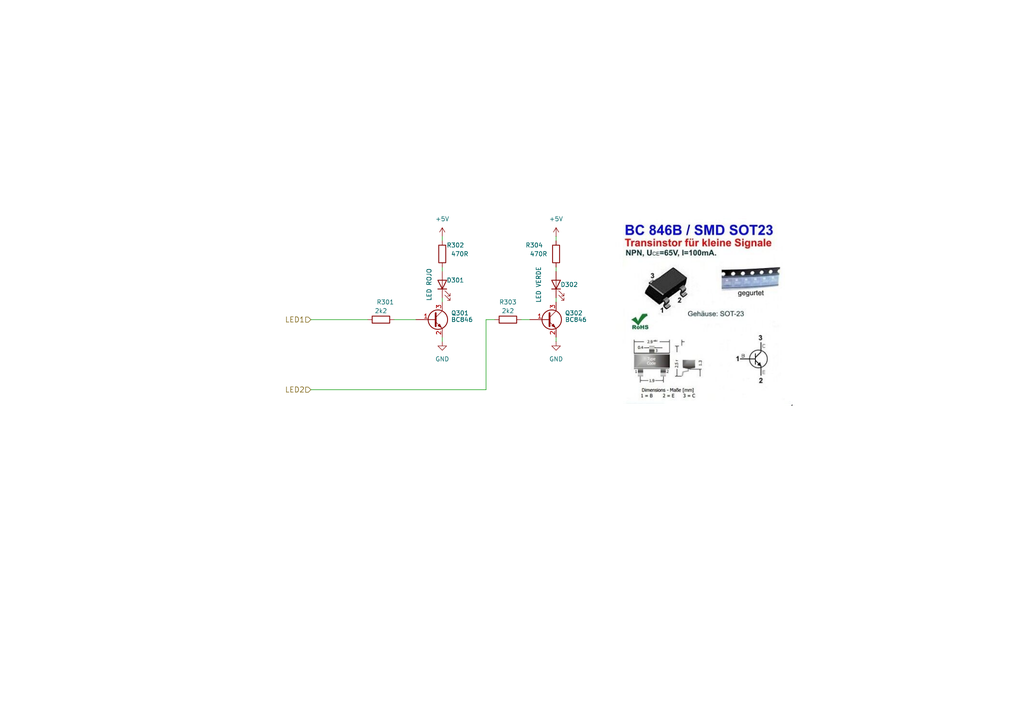
<source format=kicad_sch>
(kicad_sch (version 20231120) (generator "eeschema") (generator_version "8.0")
  (paper "A4")
  (title_block (title "OSCILIADOR CON 40106 Y DOS LEDS") (date "2018-09-28") (rev "1.0") (company "Curso KiCad Multicapa") (comment 1 "Autor: Diego Brengi"))
  (lib_symbols
    (symbol "Device:LED" (pin_numbers hide) (pin_names (offset 1.016) hide)
      (property "Reference" "D" (at 0 2.54 0))
      (property "Value" "LED" (at 0 -2.54 0))
      (symbol "LED_0_1"
        (polyline (pts (xy -1.27 -1.27) (xy -1.27 1.27)) (stroke (width 0.254)))
        (polyline (pts (xy -1.27 0) (xy 1.27 0)))
        (polyline (pts (xy 1.27 -1.27) (xy 1.27 1.27) (xy -1.27 0) (xy 1.27 -1.27)) (stroke (width 0.254)))
        (polyline (pts (xy -3.048 -0.762) (xy -4.572 -2.286) (xy -3.81 -2.286) (xy -4.572 -2.286) (xy -4.572 -1.524)))
        (polyline (pts (xy -1.778 -0.762) (xy -3.302 -2.286) (xy -2.54 -2.286) (xy -3.302 -2.286) (xy -3.302 -1.524)))
      )
      (symbol "LED_1_1"
        (pin passive line (at -3.81 0 0) (length 2.54) (name "K") (number "1"))
        (pin passive line (at 3.81 0 180) (length 2.54) (name "A") (number "2"))
      )
    )
    (symbol "Device:Q_NPN_BEC" (pin_names (offset 0) hide)
      (property "Reference" "Q" (at 5.08 1.27 0))
      (property "Value" "Q_NPN_BEC" (at 5.08 -1.27 0))
      (symbol "Q_NPN_BEC_0_1"
        (polyline (pts (xy 0.635 0.635) (xy 2.54 2.54)))
        (polyline (pts (xy 0.635 -0.635) (xy 2.54 -2.54) (xy 2.54 -2.54)))
        (polyline (pts (xy 0.635 1.905) (xy 0.635 -1.905) (xy 0.635 -1.905)) (stroke (width 0.508)))
        (polyline (pts (xy 1.27 -1.778) (xy 1.778 -1.27) (xy 2.286 -2.286) (xy 1.27 -1.778) (xy 1.27 -1.778)) (fill (type outline)))
        (circle (center 1.27 0) (radius 2.8194) (stroke (width 0.254)))
      )
      (symbol "Q_NPN_BEC_1_1"
        (pin input line (at -5.08 0 0) (length 5.715) (name "B") (number "1"))
        (pin passive line (at 2.54 -5.08 90) (length 2.54) (name "E") (number "2"))
        (pin passive line (at 2.54 5.08 270) (length 2.54) (name "C") (number "3"))
      )
    )
    (symbol "Device:R" (pin_numbers hide) (pin_names (offset 0))
      (property "Reference" "R" (at 2.032 0 90))
      (property "Value" "R" (at 0 0 90))
      (symbol "R_0_1"
        (rectangle (start -1.016 -2.54) (end 1.016 2.54) (stroke (width 0.254)))
      )
      (symbol "R_1_1"
        (pin passive line (at 0 3.81 270) (length 1.27) (name "~") (number "1"))
        (pin passive line (at 0 -3.81 90) (length 1.27) (name "~") (number "2"))
      )
    )
    (symbol "power:+5V" (power) (pin_numbers hide) (pin_names (offset 0) hide)
      (property "Value" "+5V" (at 0 3.556 0))
      (symbol "+5V_0_1"
        (polyline (pts (xy -0.762 1.27) (xy 0 2.54)))
        (polyline (pts (xy 0 0) (xy 0 2.54)))
        (polyline (pts (xy 0 2.54) (xy 0.762 1.27)))
      )
      (symbol "+5V_1_1"
        (pin power_in line (at 0 0 90) (length 0) (name "~") (number "1"))
      )
    )
    (symbol "power:GND" (power) (pin_numbers hide) (pin_names (offset 0) hide)
      (property "Value" "GND" (at 0 -3.81 0))
      (symbol "GND_0_1"
        (polyline (pts (xy 0 0) (xy 0 -1.27) (xy 1.27 -1.27) (xy 0 -2.54) (xy -1.27 -1.27) (xy 0 -1.27)))
      )
      (symbol "GND_1_1"
        (pin power_in line (at 0 0 270) (length 0) (name "~") (number "1"))
      )
    )
  )
  (wire (pts (xy 153.67 92.71) (xy 151.13 92.71)))
  (wire (pts (xy 161.29 68.58) (xy 161.29 69.85)))
  (wire (pts (xy 128.27 77.47) (xy 128.27 78.74)))
  (wire (pts (xy 140.97 92.71) (xy 140.97 113.03)))
  (wire (pts (xy 128.27 99.06) (xy 128.27 97.79)))
  (wire (pts (xy 128.27 68.58) (xy 128.27 69.85)))
  (wire (pts (xy 161.29 86.36) (xy 161.29 87.63)))
  (wire (pts (xy 161.29 97.79) (xy 161.29 99.06)))
  (wire (pts (xy 106.68 92.71) (xy 90.17 92.71)))
  (wire (pts (xy 143.51 92.71) (xy 140.97 92.71)))
  (wire (pts (xy 161.29 77.47) (xy 161.29 78.74)))
  (wire (pts (xy 128.27 87.63) (xy 128.27 86.36)))
  (wire (pts (xy 140.97 113.03) (xy 90.17 113.03)))
  (wire (pts (xy 114.3 92.71) (xy 120.65 92.71)))
  (image (at 201.93 90.17) (scale 0.39614))
  (hierarchical_label "LED1" (shape input) (at 90.17 92.71 180) (effects (font (size 1.524 1.524))))
  (hierarchical_label "LED2" (shape input) (at 90.17 113.03 180) (effects (font (size 1.524 1.524))))
  (symbol (lib_id "Device:R") (at 128.27 73.66 0) (unit 1)
    (property "Reference" "R302" (at 132.08 71.12 0))
    (property "Value" "470R" (at 133.35 73.66 0))
    (property "Footprint" "Resistor_SMD:R_0805_2012Metric_Pad1.20x1.40mm_HandSolder" (effects (hide yes)))
    (property "Description" "Resistor" (effects (hide yes)))
  )
  (symbol (lib_id "Device:R") (at 147.32 92.71 270) (unit 1)
    (property "Reference" "R303" (at 147.32 87.63 90))
    (property "Value" "2k2" (at 147.32 90.17 90))
    (property "Footprint" "Resistor_SMD:R_0805_2012Metric_Pad1.20x1.40mm_HandSolder" (effects (hide yes)))
    (property "Description" "Resistor" (effects (hide yes)))
  )
  (symbol (lib_id "Device:R") (at 110.49 92.71 270) (unit 1)
    (property "Reference" "R301" (at 111.76 87.63 90))
    (property "Value" "2k2" (at 110.49 90.17 90))
    (property "Footprint" "Resistor_SMD:R_0805_2012Metric_Pad1.20x1.40mm_HandSolder" (effects (hide yes)))
    (property "Description" "Resistor" (effects (hide yes)))
  )
  (symbol (lib_id "Device:LED") (at 128.27 82.55 90) (unit 1)
    (property "Reference" "D301" (at 132.08 81.28 90))
    (property "Value" "LED ROJO" (at 124.46 82.55 0))
    (property "Footprint" "LED_SMD:LED_0805_2012Metric_Pad1.15x1.40mm_HandSolder" (effects (hide yes)))
    (property "Description" "Light emitting diode" (effects (hide yes)))
  )
  (symbol (lib_id "Device:Q_NPN_BEC") (at 125.73 92.71 0) (unit 1)
    (property "Reference" "Q301" (at 130.81 90.805 0) (effects (justify left)))
    (property "Value" "BC846" (at 130.81 92.71 0) (effects (justify left)))
    (property "Footprint" "Package_TO_SOT_SMD:SOT-23" (effects (hide yes)))
    (property "Description" "NPN transistor, base/emitter/collector" (effects (hide yes)))
  )
  (symbol (lib_id "Device:R") (at 161.29 73.66 0) (unit 1)
    (property "Reference" "R304" (at 154.94 71.12 0))
    (property "Value" "470R" (at 156.21 73.66 0))
    (property "Footprint" "Resistor_SMD:R_0805_2012Metric_Pad1.20x1.40mm_HandSolder" (effects (hide yes)))
    (property "Description" "Resistor" (effects (hide yes)))
  )
  (symbol (lib_id "Device:LED") (at 161.29 82.55 90) (unit 1)
    (property "Reference" "D302" (at 165.1 82.55 90))
    (property "Value" "LED VERDE" (at 156.21 82.55 0))
    (property "Footprint" "LED_SMD:LED_0805_2012Metric_Pad1.15x1.40mm_HandSolder" (effects (hide yes)))
    (property "Description" "Light emitting diode" (effects (hide yes)))
  )
  (symbol (lib_id "Device:Q_NPN_BEC") (at 158.75 92.71 0) (unit 1)
    (property "Reference" "Q302" (at 163.83 90.805 0) (effects (justify left)))
    (property "Value" "BC846" (at 163.83 92.71 0) (effects (justify left)))
    (property "Footprint" "Package_TO_SOT_SMD:SOT-23" (effects (hide yes)))
    (property "Description" "NPN transistor, base/emitter/collector" (effects (hide yes)))
  )
  (symbol (lib_id "power:GND") (at 128.27 99.06 0) (unit 1)
    (property "Reference" "#PWR06" (effects (hide yes)))
    (property "Value" "GND" (at 128.27 104.14 0))
    (property "Description" "Power symbol creates a global label with name \"GND\" , ground" (effects (hide yes)))
  )
  (symbol (lib_id "power:GND") (at 161.29 99.06 0) (unit 1)
    (property "Reference" "#PWR07" (effects (hide yes)))
    (property "Value" "GND" (at 161.29 104.14 0))
    (property "Description" "Power symbol creates a global label with name \"GND\" , ground" (effects (hide yes)))
  )
  (symbol (lib_id "power:+5V") (at 161.29 68.58 0) (unit 1)
    (property "Reference" "#PWR05" (effects (hide yes)))
    (property "Value" "+5V" (at 161.29 63.5 0))
    (property "Description" "Power symbol creates a global label with name \"+5V\"" (effects (hide yes)))
  )
  (symbol (lib_id "power:+5V") (at 128.27 68.58 0) (unit 1)
    (property "Reference" "#PWR04" (effects (hide yes)))
    (property "Value" "+5V" (at 128.27 63.5 0))
    (property "Description" "Power symbol creates a global label with name \"+5V\"" (effects (hide yes)))
  )
)
</source>
